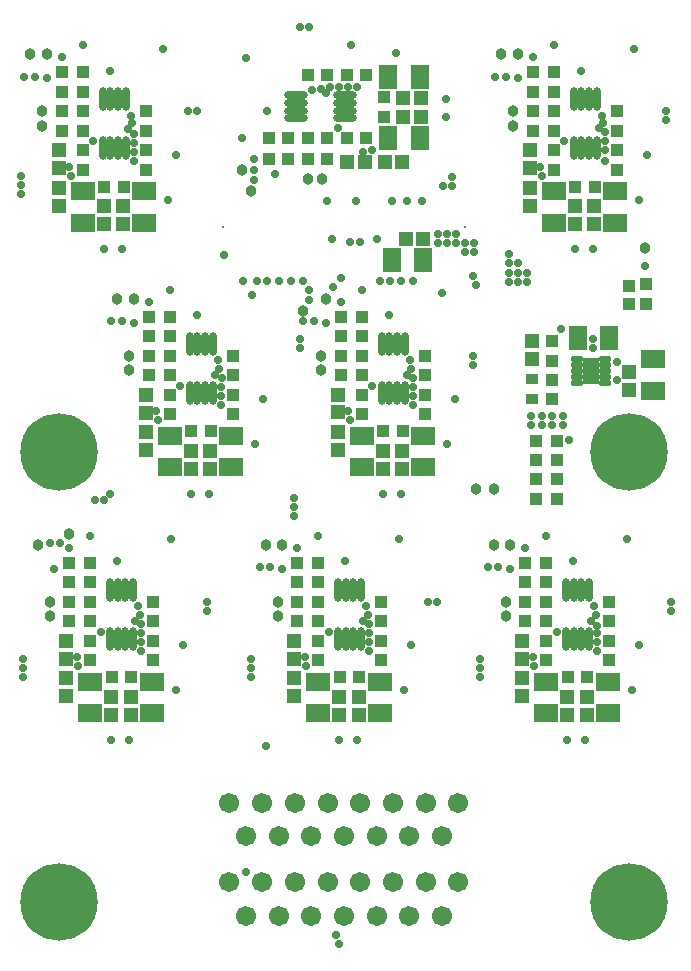
<source format=gts>
G04*
G04 #@! TF.GenerationSoftware,Altium Limited,Altium Designer,25.2.1 (25)*
G04*
G04 Layer_Color=8388736*
%FSLAX44Y44*%
%MOMM*%
G71*
G04*
G04 #@! TF.SameCoordinates,2E8F3C69-5834-473F-A2B3-8F5DD2D09B02*
G04*
G04*
G04 #@! TF.FilePolarity,Negative*
G04*
G01*
G75*
G04:AMPARAMS|DCode=29|XSize=1.0132mm|YSize=0.4732mm|CornerRadius=0.1354mm|HoleSize=0mm|Usage=FLASHONLY|Rotation=0.000|XOffset=0mm|YOffset=0mm|HoleType=Round|Shape=RoundedRectangle|*
%AMROUNDEDRECTD29*
21,1,1.0132,0.2025,0,0,0.0*
21,1,0.7425,0.4732,0,0,0.0*
1,1,0.2707,0.3713,-0.1013*
1,1,0.2707,-0.3713,-0.1013*
1,1,0.2707,-0.3713,0.1013*
1,1,0.2707,0.3713,0.1013*
%
%ADD29ROUNDEDRECTD29*%
%ADD30R,1.4032X2.2032*%
%ADD31O,0.6532X2.0032*%
%ADD32O,2.0032X0.6532*%
%ADD33C,0.9652*%
%ADD34R,1.1332X0.9932*%
%ADD35R,0.9932X1.1332*%
%ADD36R,1.1032X0.9532*%
%ADD37R,1.0032X1.0032*%
%ADD38R,1.1532X1.2032*%
%ADD39R,1.6432X2.0232*%
%ADD40R,2.0232X1.6432*%
%ADD41R,1.2032X1.1532*%
%ADD42C,1.7018*%
%ADD43C,0.2032*%
%ADD44C,6.5532*%
%ADD45C,0.7112*%
D29*
X482730Y522920D02*
D03*
X506730Y502920D02*
D03*
X482730Y517920D02*
D03*
Y512920D02*
D03*
Y507920D02*
D03*
Y502920D02*
D03*
X506730Y507920D02*
D03*
Y512920D02*
D03*
Y517920D02*
D03*
Y522920D02*
D03*
D30*
X494730Y512920D02*
D03*
D31*
X499740Y742800D02*
D03*
X493240D02*
D03*
X486740D02*
D03*
X480240D02*
D03*
X499740Y701300D02*
D03*
X493240D02*
D03*
X486740D02*
D03*
X480240D02*
D03*
X100960Y742800D02*
D03*
X94460D02*
D03*
X87960D02*
D03*
X81460D02*
D03*
X100960Y701300D02*
D03*
X94460D02*
D03*
X87960D02*
D03*
X81460D02*
D03*
X337180Y535910D02*
D03*
X330680D02*
D03*
X324180D02*
D03*
X317680D02*
D03*
X337180Y494410D02*
D03*
X330680D02*
D03*
X324180D02*
D03*
X317680D02*
D03*
X493390Y327510D02*
D03*
X486890D02*
D03*
X480390D02*
D03*
X473890D02*
D03*
X493390Y286010D02*
D03*
X486890D02*
D03*
X480390D02*
D03*
X473890D02*
D03*
X300350Y327510D02*
D03*
X293850D02*
D03*
X287350D02*
D03*
X280850D02*
D03*
X300350Y286010D02*
D03*
X293850D02*
D03*
X287350D02*
D03*
X280850D02*
D03*
X107310Y327510D02*
D03*
X100810D02*
D03*
X94310D02*
D03*
X87810D02*
D03*
X107310Y286010D02*
D03*
X100810D02*
D03*
X94310D02*
D03*
X87810D02*
D03*
X174620Y535790D02*
D03*
X168120D02*
D03*
X161620D02*
D03*
X155120D02*
D03*
X174620Y494290D02*
D03*
X168120D02*
D03*
X161620D02*
D03*
X155120D02*
D03*
D32*
X245260Y746120D02*
D03*
Y739620D02*
D03*
Y733120D02*
D03*
Y726620D02*
D03*
X286760Y746120D02*
D03*
Y739620D02*
D03*
Y733120D02*
D03*
Y726620D02*
D03*
D33*
X419100Y781050D02*
D03*
X207010Y665480D02*
D03*
X20320Y781050D02*
D03*
X251460Y563880D02*
D03*
X412750Y365760D02*
D03*
X219710D02*
D03*
X26670D02*
D03*
X93980Y574040D02*
D03*
X433070Y781050D02*
D03*
X199390Y683260D02*
D03*
X34290Y781050D02*
D03*
X270510Y574160D02*
D03*
X426720Y365760D02*
D03*
X233680D02*
D03*
X53340Y374650D02*
D03*
X107950Y574040D02*
D03*
X429260Y732790D02*
D03*
X255270Y675640D02*
D03*
X30480Y732790D02*
D03*
X266700Y525900D02*
D03*
X422910Y317500D02*
D03*
X229870D02*
D03*
X36830D02*
D03*
X104140Y525780D02*
D03*
X429260Y720598D02*
D03*
X267462Y675640D02*
D03*
X30480Y720598D02*
D03*
X266700Y513708D02*
D03*
X422910Y305308D02*
D03*
X229870D02*
D03*
X36830D02*
D03*
X104140Y513588D02*
D03*
X541020Y617220D02*
D03*
X412750Y412750D02*
D03*
X397510D02*
D03*
D34*
X541250Y586200D02*
D03*
Y569800D02*
D03*
X448310Y404550D02*
D03*
Y420950D02*
D03*
X466090Y404550D02*
D03*
Y420950D02*
D03*
X462324Y489122D02*
D03*
Y505522D02*
D03*
Y521467D02*
D03*
Y537867D02*
D03*
X516660Y716390D02*
D03*
Y732790D02*
D03*
X117880Y716390D02*
D03*
Y732790D02*
D03*
X354100Y509500D02*
D03*
Y525900D02*
D03*
X510310Y301100D02*
D03*
Y317500D02*
D03*
X317270Y301100D02*
D03*
Y317500D02*
D03*
X124230Y301100D02*
D03*
Y317500D02*
D03*
X191540Y509380D02*
D03*
Y525780D02*
D03*
X516660Y683370D02*
D03*
Y699770D02*
D03*
X117880Y683370D02*
D03*
Y699770D02*
D03*
X354100Y476480D02*
D03*
Y492880D02*
D03*
X510310Y268080D02*
D03*
Y284480D02*
D03*
X317270Y268080D02*
D03*
Y284480D02*
D03*
X124230Y268080D02*
D03*
Y284480D02*
D03*
X191540Y476360D02*
D03*
Y492760D02*
D03*
X445540Y765810D02*
D03*
Y749410D02*
D03*
X46760Y765810D02*
D03*
Y749410D02*
D03*
X282980Y558920D02*
D03*
Y542520D02*
D03*
X439190Y350520D02*
D03*
Y334120D02*
D03*
X246150Y350520D02*
D03*
Y334120D02*
D03*
X53110Y350520D02*
D03*
Y334120D02*
D03*
X120420Y558800D02*
D03*
Y542400D02*
D03*
X463320Y765810D02*
D03*
Y749410D02*
D03*
X64540Y765810D02*
D03*
Y749410D02*
D03*
X300760Y558920D02*
D03*
Y542520D02*
D03*
X456970Y350520D02*
D03*
Y334120D02*
D03*
X263930Y350520D02*
D03*
Y334120D02*
D03*
X70890Y350520D02*
D03*
Y334120D02*
D03*
X138200Y558800D02*
D03*
Y542400D02*
D03*
X445540Y732790D02*
D03*
Y716390D02*
D03*
X46760Y732790D02*
D03*
Y716390D02*
D03*
X282980Y525900D02*
D03*
Y509500D02*
D03*
X439190Y317500D02*
D03*
Y301100D02*
D03*
X246150Y317500D02*
D03*
Y301100D02*
D03*
X53110Y317500D02*
D03*
Y301100D02*
D03*
X120420Y525780D02*
D03*
Y509380D02*
D03*
X319350Y744570D02*
D03*
Y728170D02*
D03*
X463320Y716390D02*
D03*
Y732790D02*
D03*
X64540Y716390D02*
D03*
Y732790D02*
D03*
X300760Y509500D02*
D03*
Y525900D02*
D03*
X456970Y301100D02*
D03*
Y317500D02*
D03*
X263930Y301100D02*
D03*
Y317500D02*
D03*
X70890Y301100D02*
D03*
Y317500D02*
D03*
X138200Y509380D02*
D03*
Y525780D02*
D03*
X463320Y683370D02*
D03*
Y699770D02*
D03*
X64540Y683370D02*
D03*
Y699770D02*
D03*
X300760Y476480D02*
D03*
Y492880D02*
D03*
X456970Y268080D02*
D03*
Y284480D02*
D03*
X263930Y268080D02*
D03*
Y284480D02*
D03*
X70890Y268080D02*
D03*
Y284480D02*
D03*
X138200Y476360D02*
D03*
Y492760D02*
D03*
D35*
X271670Y763040D02*
D03*
X255270D02*
D03*
X304690D02*
D03*
X288290D02*
D03*
X222250Y691920D02*
D03*
X238650D02*
D03*
X222250Y709700D02*
D03*
X238650D02*
D03*
X255270Y691920D02*
D03*
X271670D02*
D03*
X498190Y668710D02*
D03*
X481790D02*
D03*
X99410D02*
D03*
X83010D02*
D03*
X335630Y461820D02*
D03*
X319230D02*
D03*
X491840Y253420D02*
D03*
X475440D02*
D03*
X298800D02*
D03*
X282400D02*
D03*
X105760D02*
D03*
X89360D02*
D03*
X173070Y461700D02*
D03*
X156670D02*
D03*
X271670Y709700D02*
D03*
X255270D02*
D03*
X304690D02*
D03*
X288290D02*
D03*
D36*
X444880Y506060D02*
D03*
Y489060D02*
D03*
D37*
X526794Y585185D02*
D03*
Y569185D02*
D03*
X448310Y453770D02*
D03*
Y437770D02*
D03*
X466090Y453770D02*
D03*
Y437770D02*
D03*
D38*
X527050Y511690D02*
D03*
Y496690D02*
D03*
X444880Y538080D02*
D03*
Y523080D02*
D03*
X497610Y652080D02*
D03*
Y637080D02*
D03*
X98830Y652080D02*
D03*
Y637080D02*
D03*
X335050Y445190D02*
D03*
Y430190D02*
D03*
X491260Y236790D02*
D03*
Y221790D02*
D03*
X298220Y236790D02*
D03*
Y221790D02*
D03*
X105180Y236790D02*
D03*
Y221790D02*
D03*
X172490Y445070D02*
D03*
Y430070D02*
D03*
X443230Y684650D02*
D03*
Y699650D02*
D03*
X44450Y684650D02*
D03*
Y699650D02*
D03*
X280670Y477760D02*
D03*
Y492760D02*
D03*
X436880Y269360D02*
D03*
Y284360D02*
D03*
X243840Y269360D02*
D03*
Y284360D02*
D03*
X50800Y269360D02*
D03*
Y284360D02*
D03*
X118110Y477640D02*
D03*
Y492640D02*
D03*
X443230Y667900D02*
D03*
Y652900D02*
D03*
X44450Y667900D02*
D03*
Y652900D02*
D03*
X280670Y461010D02*
D03*
Y446010D02*
D03*
X436880Y252610D02*
D03*
Y237610D02*
D03*
X243840Y252610D02*
D03*
Y237610D02*
D03*
X50800Y252610D02*
D03*
Y237610D02*
D03*
X118110Y460890D02*
D03*
Y445890D02*
D03*
X481100Y652080D02*
D03*
Y637080D02*
D03*
X82320Y652080D02*
D03*
Y637080D02*
D03*
X318540Y445190D02*
D03*
Y430190D02*
D03*
X474750Y236790D02*
D03*
Y221790D02*
D03*
X281710Y236790D02*
D03*
Y221790D02*
D03*
X88670Y236790D02*
D03*
Y221790D02*
D03*
X155980Y445070D02*
D03*
Y430070D02*
D03*
D39*
X510372Y540761D02*
D03*
X483652D02*
D03*
X326389Y606418D02*
D03*
X353109D02*
D03*
X323190Y762000D02*
D03*
X349910D02*
D03*
X323190Y709930D02*
D03*
X349910D02*
D03*
D40*
X547370Y495910D02*
D03*
Y522630D02*
D03*
X515620Y664870D02*
D03*
Y638150D02*
D03*
X116840Y664870D02*
D03*
Y638150D02*
D03*
X353060Y457980D02*
D03*
Y431260D02*
D03*
X509270Y249580D02*
D03*
Y222860D02*
D03*
X316230Y249580D02*
D03*
Y222860D02*
D03*
X123190Y249580D02*
D03*
Y222860D02*
D03*
X190500Y457860D02*
D03*
Y431140D02*
D03*
X463550Y664870D02*
D03*
Y638150D02*
D03*
X64770Y664870D02*
D03*
Y638150D02*
D03*
X300990Y457980D02*
D03*
Y431260D02*
D03*
X457200Y249580D02*
D03*
Y222860D02*
D03*
X264160Y249580D02*
D03*
Y222860D02*
D03*
X71120Y249580D02*
D03*
Y222860D02*
D03*
X138430Y457860D02*
D03*
Y431140D02*
D03*
D41*
X352940Y624840D02*
D03*
X337940D02*
D03*
X335980Y743990D02*
D03*
X350980D02*
D03*
X303410Y689610D02*
D03*
X288410D02*
D03*
X320160D02*
D03*
X335160D02*
D03*
X335980Y727480D02*
D03*
X350980D02*
D03*
D42*
X188849Y79756D02*
D03*
X202692Y51308D02*
D03*
X216535Y79756D02*
D03*
X230378Y51308D02*
D03*
X244221Y79756D02*
D03*
X258064Y51308D02*
D03*
X271907Y79756D02*
D03*
X285750Y51308D02*
D03*
X299593Y79756D02*
D03*
X313436Y51308D02*
D03*
X327279Y79756D02*
D03*
X341122Y51308D02*
D03*
X354965Y79756D02*
D03*
X368808Y51308D02*
D03*
X382651Y79756D02*
D03*
X188849Y147320D02*
D03*
X202692Y118872D02*
D03*
X216535Y147320D02*
D03*
X230378Y118872D02*
D03*
X244221Y147320D02*
D03*
X258064Y118872D02*
D03*
X271907Y147320D02*
D03*
X285750Y118872D02*
D03*
X299593Y147320D02*
D03*
X313436Y118872D02*
D03*
X327279Y147320D02*
D03*
X341122Y118872D02*
D03*
X354965Y147320D02*
D03*
X368808Y118872D02*
D03*
X382651Y147320D02*
D03*
D43*
X183000Y635000D02*
D03*
X388500D02*
D03*
D44*
X527050Y444500D02*
D03*
X44450D02*
D03*
X527050Y63500D02*
D03*
X44450D02*
D03*
D45*
X45720Y367030D02*
D03*
X37020Y366955D02*
D03*
X500380Y283210D02*
D03*
Y290830D02*
D03*
Y297180D02*
D03*
X499110Y306070D02*
D03*
X495300Y300990D02*
D03*
X302260D02*
D03*
X306070Y306070D02*
D03*
X307340Y298450D02*
D03*
Y290830D02*
D03*
Y283210D02*
D03*
X114300D02*
D03*
Y290830D02*
D03*
Y298450D02*
D03*
X113030Y306070D02*
D03*
X109220Y300990D02*
D03*
X344170Y491490D02*
D03*
Y499110D02*
D03*
Y506730D02*
D03*
X342900Y514350D02*
D03*
X339090Y509270D02*
D03*
X176530D02*
D03*
X180340Y514350D02*
D03*
X182880Y506730D02*
D03*
X181610Y499110D02*
D03*
Y491490D02*
D03*
X501650Y718820D02*
D03*
X505460Y722630D02*
D03*
X506730Y715010D02*
D03*
X256540Y572890D02*
D03*
X506730Y699770D02*
D03*
X266700Y751840D02*
D03*
X274320Y753110D02*
D03*
X289560D02*
D03*
X270510Y748030D02*
D03*
X281940Y753110D02*
D03*
X107950Y698500D02*
D03*
Y713740D02*
D03*
X506730Y707390D02*
D03*
X102870Y717550D02*
D03*
X107950Y706120D02*
D03*
X106680Y722630D02*
D03*
X137160Y657860D02*
D03*
X34290Y760730D02*
D03*
X64770Y788670D02*
D03*
X54610Y678180D02*
D03*
X46990Y778510D02*
D03*
X143510Y695960D02*
D03*
X87630Y767080D02*
D03*
X53340Y685800D02*
D03*
X105410Y729070D02*
D03*
X107950Y690880D02*
D03*
X73660Y707390D02*
D03*
X469317Y548640D02*
D03*
X440690Y588010D02*
D03*
X433070D02*
D03*
X425450Y595630D02*
D03*
X440690D02*
D03*
X425450Y588010D02*
D03*
X433070Y595630D02*
D03*
X541020Y601980D02*
D03*
X476250Y454660D02*
D03*
X203200Y88900D02*
D03*
X219710Y195580D02*
D03*
X416560Y346710D02*
D03*
X562610Y317500D02*
D03*
X401320Y261620D02*
D03*
X562610Y309880D02*
D03*
X401320Y254000D02*
D03*
Y269240D02*
D03*
X364490Y317500D02*
D03*
X356870D02*
D03*
X207010Y254000D02*
D03*
Y261620D02*
D03*
Y269240D02*
D03*
X13970Y254000D02*
D03*
Y261620D02*
D03*
Y269240D02*
D03*
X170180Y309880D02*
D03*
Y317500D02*
D03*
X248920Y532130D02*
D03*
Y539750D02*
D03*
X74930Y403860D02*
D03*
X82550D02*
D03*
X87630Y408940D02*
D03*
X243840Y389890D02*
D03*
Y397510D02*
D03*
Y405130D02*
D03*
X394970Y518160D02*
D03*
Y525780D02*
D03*
X558800Y725170D02*
D03*
Y732790D02*
D03*
X433070Y604520D02*
D03*
X425450D02*
D03*
Y612140D02*
D03*
X377190Y669290D02*
D03*
Y676910D02*
D03*
X369570Y669290D02*
D03*
X256540Y803910D02*
D03*
X248920D02*
D03*
X516890Y505460D02*
D03*
Y520700D02*
D03*
X396240Y621030D02*
D03*
Y613410D02*
D03*
X388620D02*
D03*
Y621030D02*
D03*
X381000D02*
D03*
X373380D02*
D03*
X365760D02*
D03*
X381000Y628650D02*
D03*
X373380D02*
D03*
X365760D02*
D03*
X471170Y467360D02*
D03*
X462280D02*
D03*
X453390D02*
D03*
X444500D02*
D03*
X471170Y474980D02*
D03*
X462280D02*
D03*
X453390D02*
D03*
X444500D02*
D03*
X153670Y732790D02*
D03*
X161290D02*
D03*
X12065Y662305D02*
D03*
Y669925D02*
D03*
Y677545D02*
D03*
X496570Y532130D02*
D03*
Y539750D02*
D03*
X210820Y450850D02*
D03*
X217170Y488950D02*
D03*
X181610Y483870D02*
D03*
X179070Y522060D02*
D03*
X107950Y553720D02*
D03*
X120650Y571500D02*
D03*
X138430Y581660D02*
D03*
X127000Y478790D02*
D03*
X161290Y560070D02*
D03*
X147320Y500380D02*
D03*
X128270Y471170D02*
D03*
X339090Y656590D02*
D03*
X481330Y615950D02*
D03*
X88900Y554990D02*
D03*
X326390Y656590D02*
D03*
X209550Y683260D02*
D03*
Y674370D02*
D03*
X351790Y656590D02*
D03*
X295910D02*
D03*
X279110Y35015D02*
D03*
X281940Y27940D02*
D03*
X474980Y200660D02*
D03*
X139120Y370260D02*
D03*
X97790Y554990D02*
D03*
X88900Y200660D02*
D03*
X132770Y785550D02*
D03*
X299720Y622300D02*
D03*
X290830D02*
D03*
X271780Y656590D02*
D03*
X275590Y624840D02*
D03*
X313690D02*
D03*
X316230Y589280D02*
D03*
X325120D02*
D03*
X394970Y593090D02*
D03*
X397574Y585929D02*
D03*
X368990Y578660D02*
D03*
X414020Y762000D02*
D03*
X283210Y591820D02*
D03*
X276860Y584200D02*
D03*
X344170Y589280D02*
D03*
X334010D02*
D03*
X200653Y589289D02*
D03*
X207793Y576758D02*
D03*
X251460Y555110D02*
D03*
X260350D02*
D03*
X220980Y589280D02*
D03*
X256540Y581660D02*
D03*
X241291Y589271D02*
D03*
X251460Y589280D02*
D03*
X231140D02*
D03*
X212090D02*
D03*
X407670Y346710D02*
D03*
X332160Y370260D02*
D03*
X447040Y262890D02*
D03*
X490220Y200660D02*
D03*
X466090Y292100D02*
D03*
X529590Y242570D02*
D03*
X535940Y280670D02*
D03*
X500380Y275590D02*
D03*
X480060Y351790D02*
D03*
X439420Y363220D02*
D03*
X445770Y270510D02*
D03*
X497840Y313780D02*
D03*
X525200Y370260D02*
D03*
X426720Y345440D02*
D03*
X457200Y373380D02*
D03*
X171207Y408697D02*
D03*
X156210Y408940D02*
D03*
X330200Y782320D02*
D03*
X227330Y679450D02*
D03*
X372110Y742950D02*
D03*
X199390Y709930D02*
D03*
X309880Y699770D02*
D03*
X372110Y727710D02*
D03*
X209550Y692150D02*
D03*
X202510Y777930D02*
D03*
X292100Y788670D02*
D03*
X220980Y732790D02*
D03*
X302260Y698500D02*
D03*
X258990Y750570D02*
D03*
X297180Y753110D02*
D03*
X280670Y718820D02*
D03*
X535940Y657860D02*
D03*
X433070Y760730D02*
D03*
X496570Y615950D02*
D03*
X463550Y788670D02*
D03*
X453390Y678180D02*
D03*
X422910Y762000D02*
D03*
X445770Y778510D02*
D03*
X531550Y785550D02*
D03*
X542290Y695960D02*
D03*
X486410Y767080D02*
D03*
X452120Y685800D02*
D03*
X504190Y729070D02*
D03*
X506730Y690880D02*
D03*
X472440Y707390D02*
D03*
X97790Y615950D02*
D03*
X15240Y762000D02*
D03*
X82550Y615950D02*
D03*
X24130Y762000D02*
D03*
X373380Y450970D02*
D03*
X270510Y553840D02*
D03*
X334010Y409060D02*
D03*
X300990Y581780D02*
D03*
X290830Y471290D02*
D03*
X318770Y409060D02*
D03*
X283210Y571620D02*
D03*
X379730Y489070D02*
D03*
X323850Y560190D02*
D03*
X289560Y478910D02*
D03*
X341630Y522180D02*
D03*
X344170Y483990D02*
D03*
X309880Y500500D02*
D03*
X80010Y292100D02*
D03*
X111760Y313780D02*
D03*
X59690Y270510D02*
D03*
X53340Y363220D02*
D03*
X60960Y262890D02*
D03*
X71120Y373380D02*
D03*
X143510Y242570D02*
D03*
X93980Y351790D02*
D03*
X149860Y280670D02*
D03*
X114300Y275590D02*
D03*
X104140Y200660D02*
D03*
X40640Y345440D02*
D03*
X336550Y242570D02*
D03*
X233680Y345440D02*
D03*
X297180Y200660D02*
D03*
X214630Y346710D02*
D03*
X264160Y373380D02*
D03*
X254000Y262890D02*
D03*
X281940Y200660D02*
D03*
X223520Y346710D02*
D03*
X246380Y363220D02*
D03*
X342900Y280670D02*
D03*
X287020Y351790D02*
D03*
X252730Y270510D02*
D03*
X304800Y313780D02*
D03*
X307340Y275590D02*
D03*
X273050Y292100D02*
D03*
X184150Y610870D02*
D03*
M02*

</source>
